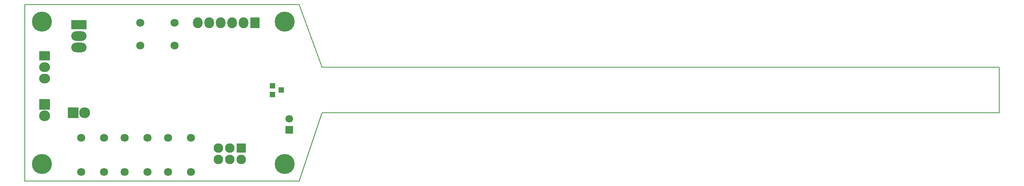
<source format=gbs>
G04 #@! TF.FileFunction,Soldermask,Bot*
%FSLAX46Y46*%
G04 Gerber Fmt 4.6, Leading zero omitted, Abs format (unit mm)*
G04 Created by KiCad (PCBNEW 0.201509111501+6183~30~ubuntu14.04.1-product) date Sun 13 Sep 2015 08:24:29 PM CDT*
%MOMM*%
G01*
G04 APERTURE LIST*
%ADD10C,0.100000*%
%ADD11C,0.150000*%
%ADD12C,4.464000*%
%ADD13C,1.700000*%
%ADD14R,1.700000X1.700000*%
%ADD15R,2.127200X2.127200*%
%ADD16O,2.127200X2.127200*%
%ADD17R,2.432000X2.432000*%
%ADD18O,2.432000X2.432000*%
%ADD19R,2.432000X2.127200*%
%ADD20O,2.432000X2.127200*%
%ADD21R,2.127200X2.432000*%
%ADD22O,2.127200X2.432000*%
%ADD23C,1.797000*%
%ADD24R,1.200100X1.200100*%
%ADD25R,3.400000X2.127200*%
%ADD26O,3.400000X2.127200*%
G04 APERTURE END LIST*
D10*
D11*
X97155000Y-105410000D02*
X92075000Y-120650000D01*
X97155000Y-95250000D02*
X92075000Y-81280000D01*
X247650000Y-105410000D02*
X97155000Y-105410000D01*
X247650000Y-95250000D02*
X247650000Y-105410000D01*
X97155000Y-95250000D02*
X247650000Y-95250000D01*
X31115000Y-120650000D02*
X31115000Y-81290000D01*
X92075000Y-120650000D02*
X31115000Y-120650000D01*
X31115000Y-81280000D02*
X92075000Y-81280000D01*
D12*
X88900000Y-85090000D03*
X88900000Y-116840000D03*
X34925000Y-116840000D03*
D13*
X89916000Y-106720000D03*
D14*
X89916000Y-109220000D03*
D15*
X79248000Y-113284000D03*
D16*
X79248000Y-115824000D03*
X76708000Y-113284000D03*
X76708000Y-115824000D03*
X74168000Y-113284000D03*
X74168000Y-115824000D03*
D17*
X35560000Y-103505000D03*
D18*
X35560000Y-106045000D03*
D17*
X41910000Y-105410000D03*
D18*
X44450000Y-105410000D03*
D19*
X35560000Y-92710000D03*
D20*
X35560000Y-95250000D03*
X35560000Y-97790000D03*
D21*
X82296000Y-85344000D03*
D22*
X79756000Y-85344000D03*
X77216000Y-85344000D03*
X74676000Y-85344000D03*
X72136000Y-85344000D03*
X69596000Y-85344000D03*
D23*
X43688000Y-110998000D03*
X48768000Y-110998000D03*
X43688000Y-118618000D03*
X48768000Y-118618000D03*
X53340000Y-110998000D03*
X58420000Y-110998000D03*
X53340000Y-118618000D03*
X58420000Y-118618000D03*
X62992000Y-110998000D03*
X68072000Y-110998000D03*
X62992000Y-118618000D03*
X68072000Y-118618000D03*
X56769000Y-90424000D03*
X56769000Y-85344000D03*
X64389000Y-90424000D03*
X64389000Y-85344000D03*
D24*
X86121240Y-101280000D03*
X86121240Y-99380000D03*
X88120220Y-100330000D03*
D25*
X43180000Y-85725000D03*
D26*
X43180000Y-88265000D03*
X43180000Y-90805000D03*
D12*
X34925000Y-85090000D03*
M02*

</source>
